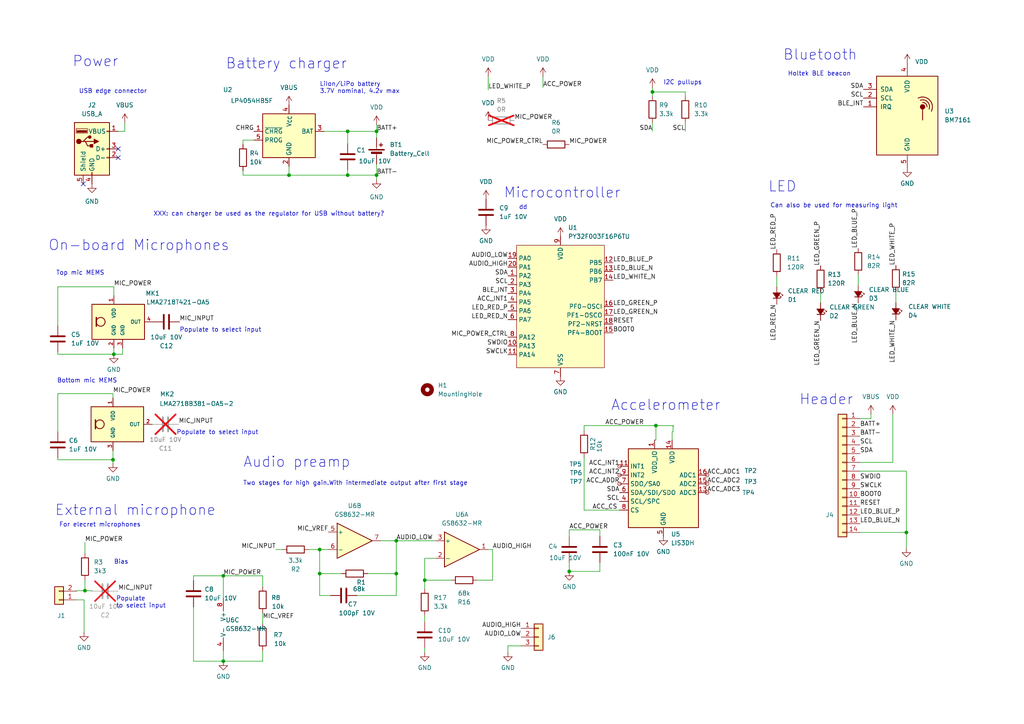
<source format=kicad_sch>
(kicad_sch (version 20230121) (generator eeschema)
  (paper "A4")
  (lib_symbols
    (symbol "Amplifier_Operational:LMV358" (pin_names (offset 0.127))
      (property "Reference" "U" (at 0 5.08 0))
      (property "Value" "LMV358" (at 0 -5.08 0))
      (symbol "LMV358_1_1"
        (polyline (pts (xy -5.08 5.08) (xy 5.08 0) (xy -5.08 -5.08) (xy -5.08 5.08)) (stroke (width 0.254)) (fill (type background)))
        (pin output line (at 7.62 0 180) (length 2.54) (name "~") (number "1"))
        (pin input line (at -7.62 -2.54 0) (length 2.54) (name "-") (number "2"))
        (pin input line (at -7.62 2.54 0) (length 2.54) (name "+") (number "3"))
      )
      (symbol "LMV358_2_1"
        (polyline (pts (xy -5.08 5.08) (xy 5.08 0) (xy -5.08 -5.08) (xy -5.08 5.08)) (stroke (width 0.254)) (fill (type background)))
        (pin input line (at -7.62 2.54 0) (length 2.54) (name "+") (number "5"))
        (pin input line (at -7.62 -2.54 0) (length 2.54) (name "-") (number "6"))
        (pin output line (at 7.62 0 180) (length 2.54) (name "~") (number "7"))
      )
      (symbol "LMV358_3_1"
        (pin power_in line (at -2.54 -7.62 90) (length 3.81) (name "V-") (number "4"))
        (pin power_in line (at -2.54 7.62 270) (length 3.81) (name "V+") (number "8"))
      )
    )
    (symbol "Battery_Management:LTC4054ES5-4.2"
      (property "Reference" "U" (at -5.842 6.604 0))
      (property "Value" "LTC4054ES5-4.2" (at 1.524 6.604 0))
      (symbol "LTC4054ES5-4.2_0_1"
        (rectangle (start -7.62 5.08) (end 7.62 -7.62) (stroke (width 0.254)) (fill (type background)))
      )
      (symbol "LTC4054ES5-4.2_1_1"
        (pin open_collector line (at -10.16 0 0) (length 2.54) (name "~{CHRG}") (number "1"))
        (pin power_in line (at 0 -10.16 90) (length 2.54) (name "GND") (number "2"))
        (pin power_out line (at 10.16 0 180) (length 2.54) (name "BAT") (number "3"))
        (pin power_in line (at 0 7.62 270) (length 2.54) (name "V_{CC}") (number "4"))
        (pin bidirectional line (at -10.16 -2.54 0) (length 2.54) (name "PROG") (number "5"))
      )
    )
    (symbol "Connector:TestPoint_Small" (pin_numbers hide) (pin_names (offset 0.762) hide)
      (property "Reference" "TP" (at 0 3.81 0))
      (property "Value" "TestPoint_Small" (at 0 2.032 0))
      (symbol "TestPoint_Small_0_1"
        (circle (center 0 0) (radius 0.508))
      )
      (symbol "TestPoint_Small_1_1"
        (pin passive line (at 0 0 90) (length 0) (name "1") (number "1"))
      )
    )
    (symbol "Connector:USB_A" (pin_names (offset 1.016))
      (property "Reference" "J" (at -5.08 11.43 0))
      (property "Value" "USB_A" (at -5.08 8.89 0))
      (symbol "USB_A_0_1"
        (rectangle (start -5.08 -7.62) (end 5.08 7.62) (stroke (width 0.254)) (fill (type background)))
        (circle (center -3.81 2.159) (radius 0.635) (stroke (width 0.254)) (fill (type outline)))
        (rectangle (start -1.524 4.826) (end -4.318 5.334) (fill (type outline)))
        (rectangle (start -1.27 4.572) (end -4.572 5.842))
        (circle (center -0.635 3.429) (radius 0.381) (stroke (width 0.254)) (fill (type outline)))
        (rectangle (start -0.127 -7.62) (end 0.127 -6.858))
        (polyline (pts (xy -3.175 2.159) (xy -2.54 2.159) (xy -1.27 3.429) (xy -0.635 3.429)) (stroke (width 0.254)))
        (polyline (pts (xy -2.54 2.159) (xy -1.905 2.159) (xy -1.27 0.889) (xy 0 0.889)) (stroke (width 0.254)))
        (polyline (pts (xy 0.635 2.794) (xy 0.635 1.524) (xy 1.905 2.159) (xy 0.635 2.794)) (stroke (width 0.254)) (fill (type outline)))
        (rectangle (start 0.254 1.27) (end -0.508 0.508) (stroke (width 0.254)) (fill (type outline)))
        (rectangle (start 5.08 -2.667) (end 4.318 -2.413))
        (rectangle (start 5.08 -0.127) (end 4.318 0.127))
        (rectangle (start 5.08 4.953) (end 4.318 5.207))
      )
      (symbol "USB_A_1_1"
        (polyline (pts (xy -1.905 2.159) (xy 0.635 2.159)) (stroke (width 0.254)))
        (pin power_in line (at 7.62 5.08 180) (length 2.54) (name "VBUS") (number "1"))
        (pin bidirectional line (at 7.62 -2.54 180) (length 2.54) (name "D-") (number "2"))
        (pin bidirectional line (at 7.62 0 180) (length 2.54) (name "D+") (number "3"))
        (pin power_in line (at 0 -10.16 90) (length 2.54) (name "GND") (number "4"))
        (pin passive line (at -2.54 -10.16 90) (length 2.54) (name "Shield") (number "5"))
      )
    )
    (symbol "Connector_Generic:Conn_01x02" (pin_names (offset 1.016) hide)
      (property "Reference" "J" (at 0 2.54 0))
      (property "Value" "Conn_01x02" (at 0 -5.08 0))
      (symbol "Conn_01x02_1_1"
        (rectangle (start -1.27 -2.413) (end 0 -2.667) (stroke (width 0.1524)))
        (rectangle (start -1.27 0.127) (end 0 -0.127) (stroke (width 0.1524)))
        (rectangle (start -1.27 1.27) (end 1.27 -3.81) (stroke (width 0.254)) (fill (type background)))
        (pin passive line (at -5.08 0 0) (length 3.81) (name "Pin_1") (number "1"))
        (pin passive line (at -5.08 -2.54 0) (length 3.81) (name "Pin_2") (number "2"))
      )
    )
    (symbol "Connector_Generic:Conn_01x03" (pin_names (offset 1.016) hide)
      (property "Reference" "J" (at 0 5.08 0))
      (property "Value" "Conn_01x03" (at 0 -5.08 0))
      (symbol "Conn_01x03_1_1"
        (rectangle (start -1.27 -2.413) (end 0 -2.667) (stroke (width 0.1524)))
        (rectangle (start -1.27 0.127) (end 0 -0.127) (stroke (width 0.1524)))
        (rectangle (start -1.27 2.667) (end 0 2.413) (stroke (width 0.1524)))
        (rectangle (start -1.27 3.81) (end 1.27 -3.81) (stroke (width 0.254)) (fill (type background)))
        (pin passive line (at -5.08 2.54 0) (length 3.81) (name "Pin_1") (number "1"))
        (pin passive line (at -5.08 0 0) (length 3.81) (name "Pin_2") (number "2"))
        (pin passive line (at -5.08 -2.54 0) (length 3.81) (name "Pin_3") (number "3"))
      )
    )
    (symbol "Connector_Generic:Conn_01x14" (pin_names (offset 1.016) hide)
      (property "Reference" "J" (at 0 17.78 0))
      (property "Value" "Conn_01x14" (at 0 -20.32 0))
      (symbol "Conn_01x14_1_1"
        (rectangle (start -1.27 -17.653) (end 0 -17.907) (stroke (width 0.1524)))
        (rectangle (start -1.27 -15.113) (end 0 -15.367) (stroke (width 0.1524)))
        (rectangle (start -1.27 -12.573) (end 0 -12.827) (stroke (width 0.1524)))
        (rectangle (start -1.27 -10.033) (end 0 -10.287) (stroke (width 0.1524)))
        (rectangle (start -1.27 -7.493) (end 0 -7.747) (stroke (width 0.1524)))
        (rectangle (start -1.27 -4.953) (end 0 -5.207) (stroke (width 0.1524)))
        (rectangle (start -1.27 -2.413) (end 0 -2.667) (stroke (width 0.1524)))
        (rectangle (start -1.27 0.127) (end 0 -0.127) (stroke (width 0.1524)))
        (rectangle (start -1.27 2.667) (end 0 2.413) (stroke (width 0.1524)))
        (rectangle (start -1.27 5.207) (end 0 4.953) (stroke (width 0.1524)))
        (rectangle (start -1.27 7.747) (end 0 7.493) (stroke (width 0.1524)))
        (rectangle (start -1.27 10.287) (end 0 10.033) (stroke (width 0.1524)))
        (rectangle (start -1.27 12.827) (end 0 12.573) (stroke (width 0.1524)))
        (rectangle (start -1.27 15.367) (end 0 15.113) (stroke (width 0.1524)))
        (rectangle (start -1.27 16.51) (end 1.27 -19.05) (stroke (width 0.254)) (fill (type background)))
        (pin passive line (at -5.08 15.24 0) (length 3.81) (name "Pin_1") (number "1"))
        (pin passive line (at -5.08 -7.62 0) (length 3.81) (name "Pin_10") (number "10"))
        (pin passive line (at -5.08 -10.16 0) (length 3.81) (name "Pin_11") (number "11"))
        (pin passive line (at -5.08 -12.7 0) (length 3.81) (name "Pin_12") (number "12"))
        (pin passive line (at -5.08 -15.24 0) (length 3.81) (name "Pin_13") (number "13"))
        (pin passive line (at -5.08 -17.78 0) (length 3.81) (name "Pin_14") (number "14"))
        (pin passive line (at -5.08 12.7 0) (length 3.81) (name "Pin_2") (number "2"))
        (pin passive line (at -5.08 10.16 0) (length 3.81) (name "Pin_3") (number "3"))
        (pin passive line (at -5.08 7.62 0) (length 3.81) (name "Pin_4") (number "4"))
        (pin passive line (at -5.08 5.08 0) (length 3.81) (name "Pin_5") (number "5"))
        (pin passive line (at -5.08 2.54 0) (length 3.81) (name "Pin_6") (number "6"))
        (pin passive line (at -5.08 0 0) (length 3.81) (name "Pin_7") (number "7"))
        (pin passive line (at -5.08 -2.54 0) (length 3.81) (name "Pin_8") (number "8"))
        (pin passive line (at -5.08 -5.08 0) (length 3.81) (name "Pin_9") (number "9"))
      )
    )
    (symbol "Device:Battery_Cell" (pin_numbers hide) (pin_names (offset 0) hide)
      (property "Reference" "BT" (at 2.54 2.54 0))
      (property "Value" "Battery_Cell" (at 2.54 0 0))
      (symbol "Battery_Cell_0_1"
        (rectangle (start -2.286 1.778) (end 2.286 1.524) (fill (type outline)))
        (rectangle (start -1.524 1.016) (end 1.524 0.508) (fill (type outline)))
        (polyline (pts (xy 0 0.762) (xy 0 0)))
        (polyline (pts (xy 0 1.778) (xy 0 2.54)))
        (polyline (pts (xy 0.762 3.048) (xy 1.778 3.048)) (stroke (width 0.254)))
        (polyline (pts (xy 1.27 3.556) (xy 1.27 2.54)) (stroke (width 0.254)))
      )
      (symbol "Battery_Cell_1_1"
        (pin passive line (at 0 5.08 270) (length 2.54) (name "+") (number "1"))
        (pin passive line (at 0 -2.54 90) (length 2.54) (name "-") (number "2"))
      )
    )
    (symbol "Device:C" (pin_numbers hide) (pin_names (offset 0.254))
      (property "Reference" "C" (at 0.635 2.54 0))
      (property "Value" "C" (at 0.635 -2.54 0))
      (symbol "C_0_1"
        (polyline (pts (xy -2.032 -0.762) (xy 2.032 -0.762)) (stroke (width 0.508)))
        (polyline (pts (xy -2.032 0.762) (xy 2.032 0.762)) (stroke (width 0.508)))
      )
      (symbol "C_1_1"
        (pin passive line (at 0 3.81 270) (length 2.794) (name "~") (number "1"))
        (pin passive line (at 0 -3.81 90) (length 2.794) (name "~") (number "2"))
      )
    )
    (symbol "Device:LED_Small_Filled" (pin_numbers hide) (pin_names (offset 0.254) hide)
      (property "Reference" "D" (at -1.27 3.175 0))
      (property "Value" "LED_Small_Filled" (at -4.445 -2.54 0))
      (symbol "LED_Small_Filled_0_1"
        (polyline (pts (xy -0.762 -1.016) (xy -0.762 1.016)) (stroke (width 0.254)))
        (polyline (pts (xy 1.016 0) (xy -0.762 0)))
        (polyline (pts (xy 0.762 -1.016) (xy -0.762 0) (xy 0.762 1.016) (xy 0.762 -1.016)) (stroke (width 0.254)) (fill (type outline)))
        (polyline (pts (xy 0 0.762) (xy -0.508 1.27) (xy -0.254 1.27) (xy -0.508 1.27) (xy -0.508 1.016)))
        (polyline (pts (xy 0.508 1.27) (xy 0 1.778) (xy 0.254 1.778) (xy 0 1.778) (xy 0 1.524)))
      )
      (symbol "LED_Small_Filled_1_1"
        (pin passive line (at -2.54 0 0) (length 1.778) (name "K") (number "1"))
        (pin passive line (at 2.54 0 180) (length 1.778) (name "A") (number "2"))
      )
    )
    (symbol "Device:R" (pin_numbers hide) (pin_names (offset 0))
      (property "Reference" "R" (at 2.032 0 90))
      (property "Value" "R" (at 0 0 90))
      (symbol "R_0_1"
        (rectangle (start -1.016 -2.54) (end 1.016 2.54) (stroke (width 0.254)))
      )
      (symbol "R_1_1"
        (pin passive line (at 0 3.81 270) (length 1.27) (name "~") (number "1"))
        (pin passive line (at 0 -3.81 90) (length 1.27) (name "~") (number "2"))
      )
    )
    (symbol "Mechanical:MountingHole" (pin_names (offset 1.016))
      (property "Reference" "H" (at 0 5.08 0))
      (property "Value" "MountingHole" (at 0 3.175 0))
      (symbol "MountingHole_0_1"
        (circle (center 0 0) (radius 1.27) (stroke (width 1.27)))
      )
    )
    (symbol "Sensor_Motion:LIS3DH"
      (property "Reference" "U" (at -7.62 11.43 0))
      (property "Value" "LIS3DH" (at 6.35 11.43 0))
      (symbol "LIS3DH_0_1"
        (rectangle (start -10.16 10.16) (end 10.16 -12.7) (stroke (width 0.254)) (fill (type background)))
      )
      (symbol "LIS3DH_1_1"
        (pin power_in line (at -2.54 12.7 270) (length 2.54) (name "VDD_IO") (number "1"))
        (pin passive line (at 0 -15.24 90) (length 2.54) hide (name "GND") (number "10"))
        (pin output line (at -12.7 5.08 0) (length 2.54) (name "INT1") (number "11"))
        (pin passive line (at 0 -15.24 90) (length 2.54) hide (name "GND") (number "12"))
        (pin input line (at 12.7 -2.54 180) (length 2.54) (name "ADC3") (number "13"))
        (pin power_in line (at 2.54 12.7 270) (length 2.54) (name "VDD") (number "14"))
        (pin input line (at 12.7 0 180) (length 2.54) (name "ADC2") (number "15"))
        (pin input line (at 12.7 2.54 180) (length 2.54) (name "ADC1") (number "16"))
        (pin no_connect line (at 10.16 5.08 180) (length 2.54) hide (name "NC") (number "2"))
        (pin no_connect line (at 10.16 7.62 180) (length 2.54) hide (name "NC") (number "3"))
        (pin input line (at -12.7 -5.08 0) (length 2.54) (name "SCL/SPC") (number "4"))
        (pin power_in line (at 0 -15.24 90) (length 2.54) (name "GND") (number "5"))
        (pin bidirectional line (at -12.7 -2.54 0) (length 2.54) (name "SDA/SDI/SDO") (number "6"))
        (pin bidirectional line (at -12.7 0 0) (length 2.54) (name "SDO/SA0") (number "7"))
        (pin input line (at -12.7 -7.62 0) (length 2.54) (name "CS") (number "8"))
        (pin output line (at -12.7 2.54 0) (length 2.54) (name "INT2") (number "9"))
      )
    )
    (symbol "dml10:AnalogMemsMic3pinBottom" (pin_names (offset 1.016))
      (property "Reference" "U" (at -7.62 7.62 0))
      (property "Value" "AnalogMemsMic3pinBottom" (at 2.54 8.89 0))
      (symbol "AnalogMemsMic3pinBottom_0_0"
        (rectangle (start -7.62 7.62) (end 7.62 -2.54) (stroke (width 0.254)) (fill (type background)))
      )
      (symbol "AnalogMemsMic3pinBottom_1_0"
        (pin power_in line (at -1.27 10.16 270) (length 2.54) (name "VDD") (number "1"))
        (pin output line (at 10.16 2.54 180) (length 2.54) (name "OUT") (number "2"))
        (pin power_in line (at -1.27 -5.08 90) (length 2.54) (name "GND") (number "3"))
      )
      (symbol "AnalogMemsMic3pinBottom_1_1"
        (circle (center -5.08 2.54) (radius 1.27) (stroke (width 0.254)))
        (polyline (pts (xy -6.35 3.81) (xy -6.35 1.27)) (stroke (width 0.381)))
      )
    )
    (symbol "dml10:AnalogMemsMic4pinTop" (pin_names (offset 1.016))
      (property "Reference" "U" (at -7.62 7.62 0))
      (property "Value" "AnalogMemsMic4pinTop" (at 2.54 8.89 0))
      (symbol "AnalogMemsMic4pinTop_0_0"
        (rectangle (start -7.62 7.62) (end 7.62 -2.54) (stroke (width 0.254)) (fill (type background)))
      )
      (symbol "AnalogMemsMic4pinTop_1_0"
        (pin power_in line (at -1.27 10.16 270) (length 2.54) (name "VDD") (number "1"))
        (pin power_in line (at -1.27 -5.08 90) (length 2.54) (name "GND") (number "2"))
        (pin power_in line (at 1.27 -5.08 90) (length 2.54) (name "GND") (number "3"))
        (pin output line (at 10.16 2.54 180) (length 2.54) (name "OUT") (number "4"))
      )
      (symbol "AnalogMemsMic4pinTop_1_1"
        (circle (center -5.08 2.54) (radius 1.27) (stroke (width 0.254)))
        (polyline (pts (xy -6.35 3.81) (xy -6.35 1.27)) (stroke (width 0.381)))
      )
    )
    (symbol "dml10:BM7161" (pin_names (offset 1.016))
      (property "Reference" "U" (at -8.89 12.7 0))
      (property "Value" "BM7161" (at 3.81 12.7 0))
      (symbol "BM7161_0_1"
        (rectangle (start -8.89 11.43) (end 8.89 -11.43) (stroke (width 0.254)) (fill (type background)))
        (polyline (pts (xy 4.445 1.905) (xy 4.445 -1.27)) (stroke (width 0.254)))
        (circle (center 4.445 2.54) (radius 0.635) (stroke (width 0.254)) (fill (type outline)))
        (arc (start 5.715 2.54) (mid 5.3521 3.4546) (end 4.445 3.81) (stroke (width 0.254)))
        (arc (start 6.35 1.905) (mid 5.8763 3.9854) (end 3.81 4.445) (stroke (width 0.254)))
        (arc (start 6.985 1.27) (mid 6.453 4.548) (end 3.175 5.08) (stroke (width 0.254)))
      )
      (symbol "BM7161_1_1"
        (pin output line (at -12.7 2.54 0) (length 3.81) (name "IRQ") (number "1"))
        (pin input line (at -12.7 5.08 0) (length 3.81) (name "SCL") (number "2"))
        (pin input line (at -12.7 7.62 0) (length 3.81) (name "SDA") (number "3"))
        (pin power_in line (at 0 15.24 270) (length 3.81) (name "VDD") (number "4"))
        (pin power_in line (at 0 -15.24 90) (length 3.81) (name "GND") (number "5"))
      )
    )
    (symbol "dml10:PY32F003F1xP"
      (property "Reference" "U" (at -12.7 19.05 0))
      (property "Value" "PY32F003F1xP" (at 1.27 19.05 0))
      (symbol "PY32F003F1xP_0_1"
        (rectangle (start -12.7 17.78) (end 12.7 -17.78) (stroke (width 0.1524)) (fill (type background)))
      )
      (symbol "PY32F003F1xP_1_0"
        (pin bidirectional line (at -15.24 8.89 0) (length 2.54) (name "PA2") (number "1"))
        (pin bidirectional line (at -15.24 6.35 0) (length 2.54) (name "PA3") (number "2"))
        (pin bidirectional line (at -15.24 11.43 0) (length 2.54) (name "PA1") (number "20"))
      )
      (symbol "PY32F003F1xP_1_1"
        (pin bidirectional line (at -15.24 -11.43 0) (length 2.54) (name "PA13") (number "10"))
        (pin bidirectional line (at -15.24 -13.97 0) (length 2.54) (name "PA14") (number "11"))
        (pin bidirectional line (at 15.24 12.7 180) (length 2.54) (name "PB5") (number "12"))
        (pin bidirectional line (at 15.24 10.16 180) (length 2.54) (name "PB6") (number "13"))
        (pin bidirectional line (at 15.24 7.62 180) (length 2.54) (name "PB7") (number "14"))
        (pin bidirectional line (at 15.24 -7.62 180) (length 2.54) (name "PF4-BOOT") (number "15"))
        (pin bidirectional line (at 15.24 0 180) (length 2.54) (name "PF0-OSCI") (number "16"))
        (pin bidirectional line (at 15.24 -2.54 180) (length 2.54) (name "PF1-OSCO") (number "17"))
        (pin bidirectional line (at 15.24 -5.08 180) (length 2.54) (name "PF2-NRST") (number "18"))
        (pin bidirectional line (at -15.24 13.97 0) (length 2.54) (name "PA0") (number "19"))
        (pin bidirectional line (at -15.24 3.81 0) (length 2.54) (name "PA4") (number "3"))
        (pin bidirectional line (at -15.24 1.27 0) (length 2.54) (name "PA5") (number "4"))
        (pin bidirectional line (at -15.24 -1.27 0) (length 2.54) (name "PA6") (number "5"))
        (pin bidirectional line (at -15.24 -3.81 0) (length 2.54) (name "PA7") (number "6"))
        (pin power_in line (at 0 -20.32 90) (length 2.54) (name "VSS") (number "7"))
        (pin bidirectional line (at -15.24 -8.89 0) (length 2.54) (name "PA12") (number "8"))
        (pin power_in line (at 0 20.32 270) (length 2.54) (name "VDD") (number "9"))
      )
    )
    (symbol "power:GND" (power) (pin_names (offset 0))
      (property "Value" "GND" (at 0 -3.81 0))
      (symbol "GND_0_1"
        (polyline (pts (xy 0 0) (xy 0 -1.27) (xy 1.27 -1.27) (xy 0 -2.54) (xy -1.27 -1.27) (xy 0 -1.27)))
      )
      (symbol "GND_1_1"
        (pin power_in line (at 0 0 270) (length 0) hide (name "GND") (number "1"))
      )
    )
    (symbol "power:VBUS" (power) (pin_names (offset 0))
      (property "Value" "VBUS" (at 0 3.81 0))
      (symbol "VBUS_0_1"
        (polyline (pts (xy -0.762 1.27) (xy 0 2.54)))
        (polyline (pts (xy 0 0) (xy 0 2.54)))
        (polyline (pts (xy 0 2.54) (xy 0.762 1.27)))
      )
      (symbol "VBUS_1_1"
        (pin power_in line (at 0 0 90) (length 0) hide (name "VBUS") (number "1"))
      )
    )
    (symbol "power:VDD" (power) (pin_names (offset 0))
      (property "Value" "VDD" (at 0 3.81 0))
      (symbol "VDD_0_1"
        (polyline (pts (xy -0.762 1.27) (xy 0 2.54)))
        (polyline (pts (xy 0 0) (xy 0 2.54)))
        (polyline (pts (xy 0 2.54) (xy 0.762 1.27)))
      )
      (symbol "VDD_1_1"
        (pin power_in line (at 0 0 90) (length 0) hide (name "VDD") (number "1"))
      )
    )
  )
  (junction (at 114.935 166.37))
  (junction (at 64.77 191.77))
  (junction (at 92.71 159.385))
  (junction (at 100.838 50.8))
  (junction (at 83.82 50.8))
  (junction (at 33.02 102.743))
  (junction (at 100.838 38.1))
  (junction (at 190.246 123.444))
  (junction (at 262.89 154.432))
  (junction (at 32.766 133.35))
  (junction (at 92.71 166.37))
  (junction (at 165.1 165.735))
  (junction (at 64.77 167.005))
  (junction (at 123.19 168.275))
  (junction (at 109.22 38.1))
  (junction (at 24.638 171.323))
  (junction (at 189.23 26.67))
  (junction (at 109.22 50.8))
  (junction (at 114.935 156.845))
  (no_connect (at 34.29 45.72))
  (no_connect (at 34.29 43.18))
  (no_connect (at 24.13 53.34))
  (wire (pts (xy 36.195 35.56) (xy 36.195 38.1)))
  (wire (pts (xy 83.82 50.8) (xy 83.82 48.26)))
  (wire (pts (xy 169.418 132.588) (xy 169.418 147.955)))
  (wire (pts (xy 225.298 80.01) (xy 225.298 83.185)))
  (wire (pts (xy 32.766 114.173) (xy 32.766 115.443)))
  (wire (pts (xy 114.935 166.37) (xy 114.935 156.845)))
  (wire (pts (xy 16.764 132.842) (xy 16.764 133.35)))
  (wire (pts (xy 89.535 159.385) (xy 92.71 159.385)))
  (wire (pts (xy 109.22 36.195) (xy 109.22 38.1)))
  (wire (pts (xy 24.384 173.99) (xy 22.225 173.99)))
  (wire (pts (xy 56.134 167.005) (xy 64.77 167.005)))
  (wire (pts (xy 32.766 133.35) (xy 32.766 134.366)))
  (wire (pts (xy 189.23 25.4) (xy 189.23 26.67)))
  (wire (pts (xy 106.68 166.37) (xy 114.935 166.37)))
  (wire (pts (xy 76.2 167.005) (xy 76.2 170.18)))
  (wire (pts (xy 36.195 38.1) (xy 34.29 38.1)))
  (wire (pts (xy 259.842 84.582) (xy 259.842 87.757)))
  (wire (pts (xy 190.246 123.444) (xy 195.326 123.444)))
  (wire (pts (xy 56.134 168.402) (xy 56.134 167.005)))
  (wire (pts (xy 165.1 153.67) (xy 173.99 153.67)))
  (wire (pts (xy 123.19 187.96) (xy 123.19 189.23)))
  (wire (pts (xy 169.418 123.444) (xy 169.418 124.968)))
  (wire (pts (xy 64.77 167.005) (xy 76.2 167.005)))
  (wire (pts (xy 147.32 187.325) (xy 147.32 189.23)))
  (wire (pts (xy 262.89 154.432) (xy 262.89 159.004)))
  (wire (pts (xy 95.885 172.72) (xy 92.71 172.72)))
  (wire (pts (xy 173.99 165.735) (xy 165.1 165.735)))
  (wire (pts (xy 64.77 173.482) (xy 64.77 167.005)))
  (wire (pts (xy 16.764 125.222) (xy 16.764 114.173)))
  (wire (pts (xy 92.71 159.385) (xy 95.25 159.385)))
  (wire (pts (xy 33.02 100.965) (xy 33.02 102.743)))
  (wire (pts (xy 190.246 123.444) (xy 190.246 127.635)))
  (wire (pts (xy 92.71 166.37) (xy 99.06 166.37)))
  (wire (pts (xy 248.92 79.629) (xy 248.92 82.804)))
  (wire (pts (xy 157.48 22.225) (xy 157.48 25.4)))
  (wire (pts (xy 189.23 26.67) (xy 189.23 27.94)))
  (wire (pts (xy 249.428 154.432) (xy 262.89 154.432)))
  (wire (pts (xy 92.71 166.37) (xy 92.71 172.72)))
  (wire (pts (xy 169.418 147.955) (xy 179.705 147.955)))
  (wire (pts (xy 22.225 171.323) (xy 22.225 171.45)))
  (wire (pts (xy 35.56 102.743) (xy 33.02 102.743)))
  (wire (pts (xy 237.998 84.709) (xy 237.998 87.884)))
  (wire (pts (xy 76.2 191.77) (xy 64.77 191.77)))
  (wire (pts (xy 173.99 163.195) (xy 173.99 165.735)))
  (wire (pts (xy 81.915 159.385) (xy 80.01 159.385)))
  (wire (pts (xy 252.603 121.412) (xy 249.428 121.412)))
  (wire (pts (xy 252.603 120.142) (xy 252.603 121.412)))
  (wire (pts (xy 262.89 136.652) (xy 262.89 154.432)))
  (wire (pts (xy 123.19 178.435) (xy 123.19 180.34)))
  (wire (pts (xy 194.945 125.222) (xy 194.945 127.635)))
  (wire (pts (xy 109.22 50.8) (xy 100.838 50.8)))
  (wire (pts (xy 26.67 171.323) (xy 26.67 171.45)))
  (wire (pts (xy 123.19 168.275) (xy 130.81 168.275)))
  (wire (pts (xy 151.13 187.325) (xy 147.32 187.325)))
  (wire (pts (xy 109.22 52.07) (xy 109.22 50.8)))
  (wire (pts (xy 100.838 50.8) (xy 100.838 49.276)))
  (wire (pts (xy 70.485 49.53) (xy 70.485 50.8)))
  (wire (pts (xy 141.605 159.385) (xy 142.875 159.385)))
  (wire (pts (xy 109.22 38.1) (xy 109.22 40.005)))
  (wire (pts (xy 32.766 130.683) (xy 32.766 133.35)))
  (wire (pts (xy 92.71 159.385) (xy 92.71 166.37)))
  (wire (pts (xy 141.605 22.225) (xy 141.605 26.035)))
  (wire (pts (xy 142.875 159.385) (xy 142.875 168.275)))
  (wire (pts (xy 103.505 172.72) (xy 114.935 172.72)))
  (wire (pts (xy 165.1 165.735) (xy 165.1 163.195)))
  (wire (pts (xy 169.418 123.444) (xy 190.246 123.444)))
  (wire (pts (xy 198.755 26.67) (xy 198.755 27.94)))
  (wire (pts (xy 35.56 100.965) (xy 35.56 102.743)))
  (wire (pts (xy 16.764 83.185) (xy 16.764 94.488)))
  (wire (pts (xy 195.199 123.698) (xy 195.199 125.222)))
  (wire (pts (xy 195.326 123.444) (xy 195.326 123.698)))
  (wire (pts (xy 33.02 85.725) (xy 33.02 83.185)))
  (wire (pts (xy 26.67 171.323) (xy 24.638 171.323)))
  (wire (pts (xy 109.22 47.625) (xy 109.22 50.8)))
  (wire (pts (xy 70.485 50.8) (xy 83.82 50.8)))
  (wire (pts (xy 142.875 168.275) (xy 138.43 168.275)))
  (wire (pts (xy 195.326 123.698) (xy 195.199 123.698)))
  (wire (pts (xy 33.02 83.185) (xy 16.764 83.185)))
  (wire (pts (xy 258.953 134.112) (xy 249.428 134.112)))
  (wire (pts (xy 198.755 35.56) (xy 198.755 38.1)))
  (wire (pts (xy 123.19 161.925) (xy 126.365 161.925)))
  (wire (pts (xy 70.485 40.64) (xy 73.66 40.64)))
  (wire (pts (xy 24.384 183.388) (xy 24.384 173.99)))
  (wire (pts (xy 76.2 177.8) (xy 76.2 180.975)))
  (wire (pts (xy 93.98 38.1) (xy 100.838 38.1)))
  (wire (pts (xy 114.935 156.845) (xy 126.365 156.845)))
  (wire (pts (xy 190.246 127.635) (xy 189.865 127.635)))
  (wire (pts (xy 76.2 188.595) (xy 76.2 191.77)))
  (wire (pts (xy 258.953 120.142) (xy 258.953 134.112)))
  (wire (pts (xy 123.19 168.275) (xy 123.19 161.925)))
  (wire (pts (xy 173.99 153.67) (xy 173.99 155.575)))
  (wire (pts (xy 16.764 102.108) (xy 16.764 102.743)))
  (wire (pts (xy 32.766 133.35) (xy 16.764 133.35)))
  (wire (pts (xy 64.77 188.722) (xy 64.77 191.77)))
  (wire (pts (xy 56.134 191.77) (xy 64.77 191.77)))
  (wire (pts (xy 16.764 114.173) (xy 32.766 114.173)))
  (wire (pts (xy 100.838 38.1) (xy 109.22 38.1)))
  (wire (pts (xy 165.1 155.575) (xy 165.1 153.67)))
  (wire (pts (xy 189.23 26.67) (xy 198.755 26.67)))
  (wire (pts (xy 70.485 41.91) (xy 70.485 40.64)))
  (wire (pts (xy 83.82 50.8) (xy 100.838 50.8)))
  (wire (pts (xy 195.199 125.222) (xy 194.945 125.222)))
  (wire (pts (xy 249.428 136.652) (xy 262.89 136.652)))
  (wire (pts (xy 24.638 168.148) (xy 24.638 171.323)))
  (wire (pts (xy 114.935 166.37) (xy 114.935 172.72)))
  (wire (pts (xy 33.02 102.743) (xy 16.764 102.743)))
  (wire (pts (xy 189.23 35.56) (xy 189.23 38.1)))
  (wire (pts (xy 24.638 171.323) (xy 22.225 171.323)))
  (wire (pts (xy 114.935 156.845) (xy 110.49 156.845)))
  (wire (pts (xy 24.638 157.353) (xy 24.638 160.528)))
  (wire (pts (xy 100.838 38.1) (xy 100.838 41.656)))
  (wire (pts (xy 123.19 170.815) (xy 123.19 168.275)))
  (wire (pts (xy 56.134 176.022) (xy 56.134 191.77)))
  (text "Audio preamp" (at 70.485 135.89 0) (effects (font (size 3 3)) (justify left bottom)))
  (text "Microcontroller" (at 146.05 57.785 0) (effects (font (size 3 3)) (justify left bottom)))
  (text "XXX: can charger be used as the regulator for USB without battery?" (at 44.45 62.865 0) (effects (font (size 1.27 1.27)) (justify left bottom)))
  (text "Two stages for high gain.With intermediate output after first stage" (at 70.485 140.97 0) (effects (font (size 1.27 1.27)) (justify left bottom)))
  (text "Power" (at 20.955 19.685 0) (effects (font (size 3 3)) (justify left bottom)))
  (text "Bottom mic MEMS\n" (at 16.51 111.252 0) (effects (font (size 1.27 1.27)) (justify left bottom)))
  (text "LiIon/LiPo battery\n3.7V nominal, 4.2v max" (at 92.71 27.305 0) (effects (font (size 1.27 1.27)) (justify left bottom)))
  (text "For elecret microphones" (at 17.145 153.035 0) (effects (font (size 1.27 1.27)) (justify left bottom)))
  (text "On-board Microphones" (at 13.97 73.025 0) (effects (font (size 3 3)) (justify left bottom)))
  (text "Accelerometer" (at 177.165 119.38 0) (effects (font (size 3 3)) (justify left bottom)))
  (text "I2C pullups" (at 192.405 24.765 0) (effects (font (size 1.27 1.27)) (justify left bottom)))
  (text "USB edge connector" (at 22.86 27.305 0) (effects (font (size 1.27 1.27)) (justify left bottom)))
  (text "Header" (at 231.775 117.729 0) (effects (font (size 3 3)) (justify left bottom)))
  (text "Populate to select input\n" (at 51.181 126.238 0) (effects (font (size 1.27 1.27)) (justify left bottom)))
  (text "LED" (at 222.758 56.007 0) (effects (font (size 3 3)) (justify left bottom)))
  (text "Populate to select input\n" (at 52.07 96.52 0) (effects (font (size 1.27 1.27)) (justify left bottom)))
  (text "Holtek BLE beacon" (at 228.473 22.225 0) (effects (font (size 1.27 1.27)) (justify left bottom)))
  (text "Top mic MEMS\n" (at 16.256 80.01 0) (effects (font (size 1.27 1.27)) (justify left bottom)))
  (text "Bluetooth" (at 227.076 17.78 0) (effects (font (size 3 3)) (justify left bottom)))
  (text "Can also be used for measuring light" (at 223.393 60.452 0) (effects (font (size 1.27 1.27)) (justify left bottom)))
  (text "External microphone" (at 15.875 149.86 0) (effects (font (size 3 3)) (justify left bottom)))
  (text "dd" (at 150.495 60.96 0) (effects (font (size 1.27 1.27)) (justify left bottom)))
  (text "Populate\nto select input\n" (at 33.655 176.53 0) (effects (font (size 1.27 1.27)) (justify left bottom)))
  (text "Bias" (at 33.02 163.83 0) (effects (font (size 1.27 1.27)) (justify left bottom)))
  (text "Battery charger" (at 65.405 20.32 0) (effects (font (size 3 3)) (justify left bottom)))
  (label "MIC_VREF" (at 95.25 154.305 180))
  (label "SWCLK" (at 147.32 102.87 180))
  (label "ACC_CS" (at 179.07 147.955 180))
  (label "ACC_POWER" (at 175.514 123.444 0))
  (label "BOOT0" (at 177.8 96.52 0))
  (label "LED_WHITE_P" (at 259.842 76.962 90))
  (label "MIC_POWER_CTRL" (at 147.32 97.79 180))
  (label "CHRG" (at 73.66 38.1 180))
  (label "ACC_ADC2" (at 205.105 140.335 0))
  (label "ACC_INT1" (at 147.32 87.63 180))
  (label "MIC_POWER_CTRL" (at 157.48 41.91 180))
  (label "LED_BLUE_N" (at 177.8 78.74 0))
  (label "LED_GREEN_N" (at 237.998 92.964 270))
  (label "BATT+" (at 109.22 38.1 0))
  (label "LED_WHITE_N" (at 177.8 81.28 0))
  (label "ACC_ADC3" (at 205.105 142.875 0))
  (label "BATT+" (at 249.428 123.952 0))
  (label "LED_RED_P" (at 225.298 72.39 90))
  (label "RESET" (at 249.428 146.812 0))
  (label "SDA" (at 249.428 131.572 0))
  (label "LED_RED_N" (at 147.32 92.71 180))
  (label "MIC_INPUT" (at 34.29 171.45 0))
  (label "BOOT0" (at 249.428 144.272 0))
  (label "AUDIO_HIGH" (at 151.13 182.245 180))
  (label "LED_RED_P" (at 147.32 90.17 180))
  (label "LED_BLUE_N" (at 249.428 151.892 0))
  (label "MIC_INPUT" (at 52.07 93.345 0))
  (label "BATT-" (at 249.428 126.492 0))
  (label "LED_WHITE_N" (at 259.842 92.837 270))
  (label "SDA" (at 250.444 25.908 180))
  (label "LED_RED_N" (at 225.298 88.265 270))
  (label "SWDIO" (at 249.428 139.192 0))
  (label "SDA" (at 147.32 80.01 180))
  (label "AUDIO_LOW" (at 151.13 184.785 180))
  (label "LED_GREEN_P" (at 237.998 77.089 90))
  (label "LED_BLUE_P" (at 249.428 149.352 0))
  (label "BLE_INT" (at 250.444 30.988 180))
  (label "ACC_ADC1" (at 205.105 137.795 0))
  (label "AUDIO_HIGH" (at 147.32 77.47 180))
  (label "SCL" (at 249.428 129.032 0))
  (label "AUDIO_LOW" (at 147.32 74.93 180))
  (label "SDA" (at 189.23 38.1 180))
  (label "MIC_VREF" (at 76.2 179.705 0))
  (label "LED_GREEN_N" (at 177.8 91.44 0))
  (label "SWCLK" (at 249.428 141.732 0))
  (label "MIC_POWER" (at 33.02 83.185 0))
  (label "MIC_POWER" (at 149.225 34.925 0))
  (label "BLE_INT" (at 147.32 85.09 180))
  (label "LED_GREEN_P" (at 177.8 88.9 0))
  (label "MIC_INPUT" (at 51.816 123.063 0))
  (label "SCL" (at 147.32 82.55 180))
  (label "LED_WHITE_P" (at 141.605 26.035 0))
  (label "MIC_POWER" (at 24.638 157.353 0))
  (label "ACC_ADDR" (at 179.705 140.335 180))
  (label "SCL" (at 198.755 38.1 180))
  (label "SCL" (at 179.705 145.415 180))
  (label "MIC_INPUT" (at 80.01 159.385 180))
  (label "AUDIO_LOW" (at 114.935 156.845 0))
  (label "MIC_POWER" (at 32.766 114.173 0))
  (label "LED_BLUE_P" (at 177.8 76.2 0))
  (label "BATT-" (at 109.22 50.8 0))
  (label "LED_BLUE_P" (at 248.92 72.009 90))
  (label "SDA" (at 179.705 142.875 180))
  (label "RESET" (at 177.8 93.98 0))
  (label "MIC_POWER" (at 64.77 167.005 0))
  (label "SCL" (at 250.444 28.448 180))
  (label "ACC_POWER" (at 157.48 25.4 0))
  (label "ACC_INT1" (at 179.705 135.255 180))
  (label "AUDIO_HIGH" (at 142.875 159.385 0))
  (label "SWDIO" (at 147.32 100.33 180))
  (label "MIC_POWER" (at 165.1 41.91 0))
  (label "ACC_POWER" (at 165.1 153.67 0))
  (label "LED_BLUE_N" (at 248.92 87.884 270))
  (label "ACC_INT2" (at 179.705 137.795 180))
  (symbol (lib_id "power:GND") (at 263.144 48.768 0) (unit 1)
    (property "Reference" "#PWR019" (effects hide))
    (property "Value" "GND" (at 263.144 53.213 0))
  )
  (symbol (lib_id "Device:LED_Small_Filled") (at 237.998 90.424 270) (mirror x) (unit 1)
    (property "Reference" "D2" (at 240.538 91.6305 90) (effects (justify left)))
    (property "Value" "CLEAR GREEN" (at 240.538 89.0905 90) (effects (justify left)))
    (property "Footprint" "LED_SMD:LED_0603_1608Metric" (effects hide))
  )
  (symbol (lib_id "Device:R") (at 24.638 164.338 0) (unit 1)
    (property "Reference" "R3" (at 27.178 163.068 0) (effects (justify left)))
    (property "Value" "3k3" (at 27.178 165.608 0) (effects (justify left)))
    (property "Footprint" "Resistor_SMD:R_0603_1608Metric" (effects hide))
  )
  (symbol (lib_id "Device:R") (at 198.755 31.75 0) (unit 1)
    (property "Reference" "R10" (at 201.295 30.48 0) (effects (justify left)))
    (property "Value" "3.3k" (at 201.295 33.02 0) (effects (justify left)))
    (property "Footprint" "Resistor_SMD:R_0603_1608Metric" (effects hide))
  )
  (symbol (lib_id "Device:LED_Small_Filled") (at 259.842 90.297 270) (mirror x) (unit 1)
    (property "Reference" "D4" (at 263.398 91.5035 90) (effects (justify left)))
    (property "Value" "CLEAR WHITE" (at 263.398 88.9635 90) (effects (justify left)))
    (property "Footprint" "LED_SMD:LED_0603_1608Metric" (effects hide))
  )
  (symbol (lib_id "Device:R") (at 76.2 173.99 180) (unit 1)
    (property "Reference" "R8" (at 80.01 173.355 0))
    (property "Value" "10k" (at 80.645 175.895 0))
    (property "Footprint" "Resistor_SMD:R_0603_1608Metric" (effects hide))
  )
  (symbol (lib_id "power:GND") (at 140.97 65.405 0) (unit 1)
    (property "Reference" "#PWR024" (effects hide))
    (property "Value" "GND" (at 140.97 69.85 0))
  )
  (symbol (lib_id "Amplifier_Operational:LMV358") (at 67.31 181.102 0) (unit 3)
    (property "Reference" "U6" (at 65.405 179.832 0) (effects (justify left)))
    (property "Value" "GS8632-MR" (at 65.405 182.372 0) (effects (justify left)))
    (property "Footprint" "Package_SO:MSOP-8_3x3mm_P0.65mm" (effects hide))
    (property "Datasheet" "http://www.ti.com/lit/ds/symlink/lmv324.pdf" (effects hide))
    (property "LCSC" "C157704" (effects hide))
  )
  (symbol (lib_id "Device:R") (at 248.92 75.819 0) (unit 1)
    (property "Reference" "R14" (at 251.46 74.549 0) (effects (justify left)))
    (property "Value" "82R" (at 251.46 77.089 0) (effects (justify left)))
    (property "Footprint" "Resistor_SMD:R_0603_1608Metric" (effects hide))
  )
  (symbol (lib_id "Device:C") (at 30.48 171.45 270) (mirror x) (unit 1) (dnp yes)
    (property "Reference" "C2" (at 30.48 178.435 90))
    (property "Value" "10uF 10V" (at 30.48 175.895 90))
    (property "Footprint" "Capacitor_SMD:C_0603_1608Metric" (effects hide))
  )
  (symbol (lib_id "power:VDD") (at 162.56 68.58 0) (unit 1)
    (property "Reference" "#PWR01" (effects hide))
    (property "Value" "VDD" (at 162.56 63.5 0))
  )
  (symbol (lib_id "power:GND") (at 26.67 53.34 0) (unit 1)
    (property "Reference" "#PWR08" (effects hide))
    (property "Value" "GND" (at 26.67 58.42 0))
  )
  (symbol (lib_id "Device:R") (at 169.418 128.778 180) (unit 1)
    (property "Reference" "R12" (at 171.958 128.778 90))
    (property "Value" "10k" (at 173.863 129.413 90))
    (property "Footprint" "Resistor_SMD:R_0603_1608Metric" (effects hide))
  )
  (symbol (lib_id "dml10:AnalogMemsMic4pinTop") (at 34.29 95.885 0) (unit 1)
    (property "Reference" "MK1" (at 46.355 85.09 0) (effects (justify right)))
    (property "Value" "LMA2718T421-OA5" (at 42.418 87.63 0) (effects (justify left)))
    (property "Footprint" "dml10:XDCR_CMM-2718AT-42308-TR" (effects hide))
    (property "LCSC" "C5373232" (effects hide))
    (property "MANUFACTURER" "CUI Inc" (effects hide))
    (property "STANDARD" "Manufacturer Recommendations" (effects hide))
  )
  (symbol (lib_id "Device:C") (at 48.006 123.063 270) (mirror x) (unit 1) (dnp yes)
    (property "Reference" "C11" (at 48.006 130.048 90))
    (property "Value" "10uF 10V" (at 48.006 127.508 90))
    (property "Footprint" "Capacitor_SMD:C_0603_1608Metric" (effects hide))
  )
  (symbol (lib_id "power:VDD") (at 141.605 22.225 0) (unit 1)
    (property "Reference" "#PWR026" (effects hide))
    (property "Value" "VDD" (at 141.605 17.145 0))
  )
  (symbol (lib_id "power:GND") (at 165.1 165.735 0) (unit 1)
    (property "Reference" "#PWR018" (effects hide))
    (property "Value" "GND" (at 165.1 170.18 0))
  )
  (symbol (lib_id "Amplifier_Operational:LMV358") (at 133.985 159.385 0) (unit 1)
    (property "Reference" "U6" (at 133.985 149.225 0))
    (property "Value" "GS8632-MR" (at 133.985 151.765 0))
    (property "Footprint" "Package_SO:MSOP-8_3x3mm_P0.65mm" (effects hide))
    (property "Datasheet" "http://www.ti.com/lit/ds/symlink/lmv324.pdf" (effects hide))
    (property "LCSC" "C157704" (effects hide))
  )
  (symbol (lib_id "Device:C") (at 165.1 159.385 0) (unit 1)
    (property "Reference" "C4" (at 159.004 158.496 0) (effects (justify left)))
    (property "Value" "10uF 10V" (at 159.258 161.798 0) (effects (justify left)))
    (property "Footprint" "Capacitor_SMD:C_0603_1608Metric" (effects hide))
  )
  (symbol (lib_id "power:GND") (at 123.19 189.23 0) (unit 1)
    (property "Reference" "#PWR09" (effects hide))
    (property "Value" "GND" (at 123.19 193.675 0))
  )
  (symbol (lib_id "Device:C") (at 16.764 129.032 0) (unit 1)
    (property "Reference" "C6" (at 19.939 127.762 0) (effects (justify left)))
    (property "Value" "1uF 10V" (at 19.939 130.302 0) (effects (justify left)))
    (property "Footprint" "Capacitor_SMD:C_0603_1608Metric" (effects hide))
  )
  (symbol (lib_id "Device:C") (at 48.26 93.345 270) (mirror x) (unit 1)
    (property "Reference" "C12" (at 48.26 100.33 90))
    (property "Value" "10uF 10V" (at 48.26 97.79 90))
    (property "Footprint" "Capacitor_SMD:C_0603_1608Metric" (effects hide))
  )
  (symbol (lib_id "power:GND") (at 33.02 102.743 0) (unit 1)
    (property "Reference" "#PWR025" (effects hide))
    (property "Value" "GND" (at 33.02 107.188 0))
  )
  (symbol (lib_id "power:GND") (at 109.22 52.07 0) (unit 1)
    (property "Reference" "#PWR011" (effects hide))
    (property "Value" "GND" (at 109.22 57.15 0))
  )
  (symbol (lib_id "Sensor_Motion:LIS3DH") (at 192.405 140.335 0) (unit 1)
    (property "Reference" "U5" (at 194.5991 154.94 0) (effects (justify left)))
    (property "Value" "LIS3DH" (at 194.5991 157.48 0) (effects (justify left)))
    (property "Footprint" "Package_LGA:LGA-16_3x3mm_P0.5mm_LayoutBorder3x5y" (effects hide))
    (property "Datasheet" "https://www.st.com/resource/en/datasheet/cd00274221.pdf" (effects hide))
    (property "LCSC" "C15134" (effects hide))
  )
  (symbol (lib_id "power:GND") (at 32.766 134.366 0) (unit 1)
    (property "Reference" "#PWR021" (effects hide))
    (property "Value" "GND" (at 32.766 138.811 0))
  )
  (symbol (lib_id "Device:C") (at 123.19 184.15 0) (unit 1)
    (property "Reference" "C10" (at 127 182.88 0) (effects (justify left)))
    (property "Value" "10uF 10V" (at 127 185.42 0) (effects (justify left)))
    (property "Footprint" "Capacitor_SMD:C_0603_1608Metric" (effects hide))
  )
  (symbol (lib_id "power:GND") (at 147.32 189.23 0) (unit 1)
    (property "Reference" "#PWR028" (effects hide))
    (property "Value" "GND" (at 147.32 193.675 0))
  )
  (symbol (lib_id "Connector:USB_A") (at 26.67 43.18 0) (unit 1) (in_bom no)
    (property "Reference" "J2" (at 26.67 30.48 0))
    (property "Value" "USB_A" (at 26.67 33.02 0))
    (property "Footprint" "dml10:EdgeUSBTypeA" (effects hide))
    (property "Datasheet" " ~" (effects hide))
  )
  (symbol (lib_id "Connector:TestPoint_Small") (at 179.705 137.795 180) (unit 1) (in_bom no)
    (property "Reference" "TP6" (at 168.91 137.16 0) (effects (justify left)))
    (property "Value" "TP_PCB" (effects hide))
    (property "Footprint" "TestPoint:TestPoint_Pad_D1.0mm" (effects hide))
  )
  (symbol (lib_id "Connector:TestPoint_Small") (at 205.105 142.875 0) (mirror x) (unit 1) (in_bom no)
    (property "Reference" "TP4" (at 215.265 142.875 0) (effects (justify left)))
    (property "Value" "TP_PCB" (effects hide))
    (property "Footprint" "TestPoint:TestPoint_Pad_D1.0mm" (effects hide))
  )
  (symbol (lib_id "dml10:AnalogMemsMic3pinBottom") (at 34.036 125.603 0) (unit 1)
    (property "Reference" "MK2" (at 50.546 114.3 0) (effects (justify right)))
    (property "Value" "LMA2718B381-OA5-2" (at 46.228 117.094 0) (effects (justify left)))
    (property "Footprint" "dml10:XDCR_CMM-2718AB-383161-TR" (effects hide))
    (property "MANUFACTURER" "CUI Inc" (effects hide))
    (property "LCSC" "C7587902" (effects hide))
  )
  (symbol (lib_id "Connector:TestPoint_Small") (at 179.705 140.335 180) (unit 1) (in_bom no)
    (property "Reference" "TP7" (at 168.91 139.7 0) (effects (justify left)))
    (property "Value" "TP_PCB" (effects hide))
    (property "Footprint" "TestPoint:TestPoint_Pad_D1.0mm" (effects hide))
  )
  (symbol (lib_id "power:VDD") (at 157.48 22.225 0) (unit 1)
    (property "Reference" "#PWR022" (effects hide))
    (property "Value" "VDD" (at 157.48 17.145 0))
  )
  (symbol (lib_id "power:GND") (at 64.77 191.77 0) (unit 1)
    (property "Reference" "#PWR04" (effects hide))
    (property "Value" "GND" (at 64.77 196.215 0))
  )
  (symbol (lib_id "Connector:TestPoint_Small") (at 205.105 137.795 0) (mirror x) (unit 1) (in_bom no)
    (property "Reference" "TP2" (at 215.9 136.525 0) (effects (justify left)))
    (property "Value" "TP_PCB" (effects hide))
    (property "Footprint" "TestPoint:TestPoint_Pad_D1.0mm" (effects hide))
  )
  (symbol (lib_id "power:VDD") (at 258.953 120.142 0) (unit 1)
    (property "Reference" "#PWR015" (effects hide))
    (property "Value" "VDD" (at 258.953 115.062 0))
  )
  (symbol (lib_id "Mechanical:MountingHole") (at 123.952 113.03 0) (unit 1) (in_bom no)
    (property "Reference" "H1" (at 127 111.76 0) (effects (justify left)))
    (property "Value" "MountingHole" (at 127 114.3 0) (effects (justify left)))
    (property "Footprint" "dml10:Mousebite_0.6mmX8" (effects hide))
  )
  (symbol (lib_id "power:VDD") (at 189.23 25.4 0) (unit 1)
    (property "Reference" "#PWR010" (effects hide))
    (property "Value" "VDD" (at 189.23 20.32 0))
  )
  (symbol (lib_id "Device:LED_Small_Filled") (at 248.92 85.344 270) (mirror x) (unit 1)
    (property "Reference" "D3" (at 251.968 86.5505 90) (effects (justify left)))
    (property "Value" "CLEAR BLUE" (at 251.968 84.0105 90) (effects (justify left)))
    (property "Footprint" "LED_SMD:LED_0603_1608Metric" (effects hide))
  )
  (symbol (lib_id "Device:C") (at 140.97 61.595 180) (unit 1)
    (property "Reference" "C9" (at 144.78 60.325 0) (effects (justify right)))
    (property "Value" "1uF 10V" (at 144.78 62.865 0) (effects (justify right)))
    (property "Footprint" "Capacitor_SMD:C_0603_1608Metric" (effects hide))
  )
  (symbol (lib_id "Device:C") (at 56.134 172.212 180) (unit 1)
    (property "Reference" "C8" (at 59.309 170.942 0) (effects (justify right)))
    (property "Value" "10uF 10V" (at 59.309 173.482 0) (effects (justify right)))
    (property "Footprint" "Capacitor_SMD:C_0603_1608Metric" (effects hide))
  )
  (symbol (lib_id "Device:C") (at 173.99 159.385 0) (unit 1)
    (property "Reference" "C3" (at 177.8 158.115 0) (effects (justify left)))
    (property "Value" "100nF 10V" (at 177.8 160.655 0) (effects (justify left)))
    (property "Footprint" "Capacitor_SMD:C_0603_1608Metric" (effects hide))
  )
  (symbol (lib_id "Amplifier_Operational:LMV358") (at 102.87 156.845 0) (unit 2)
    (property "Reference" "U6" (at 102.87 146.685 0))
    (property "Value" "GS8632-MR" (at 102.87 149.225 0))
    (property "Footprint" "Package_SO:MSOP-8_3x3mm_P0.65mm" (effects hide))
    (property "Datasheet" "http://www.ti.com/lit/ds/symlink/lmv324.pdf" (effects hide))
    (property "LCSC" "C157704" (effects hide))
  )
  (symbol (lib_id "power:VDD") (at 140.97 57.785 0) (unit 1)
    (property "Reference" "#PWR023" (effects hide))
    (property "Value" "VDD" (at 140.97 52.705 0))
  )
  (symbol (lib_id "Connector:TestPoint_Small") (at 205.105 140.335 0) (mirror x) (unit 1) (in_bom no)
    (property "Reference" "TP3" (at 215.9 139.7 0) (effects (justify left)))
    (property "Value" "TP_PCB" (effects hide))
    (property "Footprint" "TestPoint:TestPoint_Pad_D1.0mm" (effects hide))
  )
  (symbol (lib_id "power:VBUS") (at 36.195 35.56 0) (unit 1)
    (property "Reference" "#PWR06" (effects hide))
    (property "Value" "VBUS" (at 36.195 30.48 0))
  )
  (symbol (lib_id "Device:LED_Small_Filled") (at 225.298 85.725 270) (mirror x) (unit 1)
    (property "Reference" "D1" (at 228.473 86.9315 90) (effects (justify left)))
    (property "Value" "CLEAR RED" (at 228.473 84.3915 90) (effects (justify left)))
    (property "Footprint" "LED_SMD:LED_0603_1608Metric" (effects hide))
  )
  (symbol (lib_id "Device:R") (at 225.298 76.2 0) (unit 1)
    (property "Reference" "R11" (at 228.219 74.93 0) (effects (justify left)))
    (property "Value" "120R" (at 228.219 77.47 0) (effects (justify left)))
    (property "Footprint" "Resistor_SMD:R_0603_1608Metric" (effects hide))
  )
  (symbol (lib_id "Device:R") (at 145.415 34.925 90) (unit 1) (dnp yes)
    (property "Reference" "R5" (at 145.415 29.21 90))
    (property "Value" "0R" (at 145.415 31.75 90))
    (property "Footprint" "Resistor_SMD:R_0603_1608Metric" (effects hide))
  )
  (symbol (lib_id "Device:R") (at 76.2 184.785 180) (unit 1)
    (property "Reference" "R7" (at 80.645 184.15 0))
    (property "Value" "10k" (at 81.28 186.69 0))
    (property "Footprint" "Resistor_SMD:R_0603_1608Metric" (effects hide))
  )
  (symbol (lib_id "power:GND") (at 262.89 159.004 0) (unit 1)
    (property "Reference" "#PWR016" (effects hide))
    (property "Value" "GND" (at 262.89 163.449 0))
  )
  (symbol (lib_id "Device:R") (at 259.842 80.772 0) (unit 1)
    (property "Reference" "R15" (at 261.62 79.502 0) (effects (justify left)))
    (property "Value" "82R" (at 261.62 82.042 0) (effects (justify left)))
    (property "Footprint" "Resistor_SMD:R_0603_1608Metric" (effects hide))
  )
  (symbol (lib_id "Device:C") (at 16.764 98.298 0) (unit 1)
    (property "Reference" "C5" (at 20.574 97.028 0) (effects (justify left)))
    (property "Value" "1uF 10V" (at 20.574 99.568 0) (effects (justify left)))
    (property "Footprint" "Capacitor_SMD:C_0603_1608Metric" (effects hide))
  )
  (symbol (lib_id "power:GND") (at 192.405 155.575 0) (unit 1)
    (property "Reference" "#PWR017" (effects hide))
    (property "Value" "GND" (at 192.405 160.02 0))
  )
  (symbol (lib_id "Connector_Generic:Conn_01x02") (at 17.145 173.99 180) (unit 1) (in_bom no)
    (property "Reference" "J1" (at 17.78 178.562 0))
    (property "Value" "Header 2.54mm" (effects hide))
    (property "Footprint" "Connector_PinHeader_1.27mm:PinHeader_1x02_P1.27mm_Horizontal" (effects hide))
  )
  (symbol (lib_id "Device:R") (at 102.87 166.37 90) (unit 1)
    (property "Reference" "R1" (at 104.775 168.91 90))
    (property "Value" "68k" (at 104.14 170.815 90))
    (property "Footprint" "Resistor_SMD:R_0603_1608Metric" (effects hide))
  )
  (symbol (lib_id "power:VDD") (at 263.144 18.288 0) (unit 1)
    (property "Reference" "#PWR020" (effects hide))
    (property "Value" "VDD" (at 267.335 17.907 0))
  )
  (symbol (lib_id "Device:C") (at 100.838 45.466 0) (unit 1)
    (property "Reference" "C1" (at 103.378 43.561 0) (effects (justify left)))
    (property "Value" "10uF 10V" (at 104.013 46.736 0) (effects (justify left)))
    (property "Footprint" "Capacitor_SMD:C_0603_1608Metric" (effects hide))
  )
  (symbol (lib_id "power:VDD") (at 141.605 34.925 0) (unit 1)
    (property "Reference" "#PWR03" (effects hide))
    (property "Value" "VDD" (at 141.605 29.845 0))
  )
  (symbol (lib_id "Battery_Management:LTC4054ES5-4.2") (at 83.82 38.1 0) (unit 1)
    (property "Reference" "U2" (at 66.04 26.035 0))
    (property "Value" "LP4054HB5F" (at 73.025 29.21 0))
    (property "Footprint" "Package_TO_SOT_SMD:TSOT-23-5" (effects hide))
    (property "Datasheet" "https://www.analog.com/media/en/technical-documentation/data-sheets/405442xf.pdf" (effects hide))
    (property "LCSC" "C517187" (effects hide))
  )
  (symbol (lib_id "Connector:TestPoint_Small") (at 179.705 135.255 180) (unit 1) (in_bom no)
    (property "Reference" "TP5" (at 168.783 134.62 0) (effects (justify left)))
    (property "Value" "TP_PCB" (effects hide))
    (property "Footprint" "TestPoint:TestPoint_Pad_D1.0mm" (effects hide))
  )
  (symbol (lib_id "power:VBUS") (at 83.82 30.48 0) (unit 1)
    (property "Reference" "#PWR07" (effects hide))
    (property "Value" "VBUS" (at 83.82 25.4 0))
  )
  (symbol (lib_id "Device:R") (at 237.998 80.899 0) (unit 1)
    (property "Reference" "R13" (at 240.03 79.629 0) (effects (justify left)))
    (property "Value" "120R" (at 240.03 82.169 0) (effects (justify left)))
    (property "Footprint" "Resistor_SMD:R_0603_1608Metric" (effects hide))
  )
  (symbol (lib_id "Connector_Generic:Conn_01x03") (at 156.21 184.785 0) (unit 1) (in_bom no)
    (property "Reference" "J6" (at 158.75 184.785 0) (effects (justify left)))
    (property "Value" "Conn_01x03" (effects hide))
    (property "Footprint" "Connector_PinHeader_1.27mm:PinHeader_1x03_P1.27mm_Vertical" (effects hide))
  )
  (symbol (lib_id "Device:R") (at 70.485 45.72 0) (unit 1)
    (property "Reference" "R4" (at 72.39 44.45 0) (effects (justify left)))
    (property "Value" "10k" (at 72.39 46.99 0) (effects (justify left)))
    (property "Footprint" "Resistor_SMD:R_0603_1608Metric" (effects hide))
  )
  (symbol (lib_id "power:VDD") (at 109.22 36.195 0) (unit 1)
    (property "Reference" "#PWR02" (effects hide))
    (property "Value" "VDD" (at 109.22 31.115 0))
  )
  (symbol (lib_id "Device:R") (at 189.23 31.75 0) (unit 1)
    (property "Reference" "R9" (at 191.135 30.48 0) (effects (justify left)))
    (property "Value" "3.3k" (at 191.135 33.02 0) (effects (justify left)))
    (property "Footprint" "Resistor_SMD:R_0603_1608Metric" (effects hide))
  )
  (symbol (lib_id "power:GND") (at 162.56 109.22 0) (unit 1)
    (property "Reference" "#PWR013" (effects hide))
    (property "Value" "GND" (at 162.56 113.665 0))
  )
  (symbol (lib_id "Device:R") (at 161.29 41.91 90) (unit 1)
    (property "Reference" "R6" (at 161.29 35.56 90))
    (property "Value" "0R" (at 161.29 38.1 90))
    (property "Footprint" "Resistor_SMD:R_0603_1608Metric" (effects hide))
  )
  (symbol (lib_id "power:VBUS") (at 252.603 120.142 0) (unit 1)
    (property "Reference" "#PWR027" (effects hide))
    (property "Value" "VBUS" (at 252.603 115.062 0))
  )
  (symbol (lib_id "Device:C") (at 99.695 172.72 90) (unit 1)
    (property "Reference" "C7" (at 102.235 175.26 90))
    (property "Value" "100pF 10V" (at 103.505 177.8 90))
    (property "Footprint" "Capacitor_SMD:C_0603_1608Metric" (effects hide))
  )
  (symbol (lib_id "Device:R") (at 123.19 174.625 0) (unit 1)
    (property "Reference" "R17" (at 125.73 173.355 0) (effects (justify left)))
    (property "Value" "3.3k" (at 125.73 175.895 0) (effects (justify left)))
    (property "Footprint" "Resistor_SMD:R_0603_1608Metric" (effects hide))
  )
  (symbol (lib_id "power:GND") (at 24.384 183.388 0) (unit 1)
    (property "Reference" "#PWR05" (effects hide))
    (property "Value" "GND" (at 24.384 187.833 0))
  )
  (symbol (lib_id "dml10:BM7161") (at 263.144 33.528 0) (unit 1) (in_bom no)
    (property "Reference" "U3" (at 273.939 32.258 0) (effects (justify left)))
    (property "Value" "BM7161" (at 273.939 34.798 0) (effects (justify left)))
    (property "Footprint" "dml10:BM7161" (effects hide))
    (property "Datasheet" "https://mcu.holtek.com/wireless/en/BM7161-00-1" (effects hide))
  )
  (symbol (lib_id "Connector_Generic:Conn_01x14") (at 244.348 136.652 0) (mirror y) (unit 1) (in_bom no)
    (property "Reference" "J4" (at 240.665 149.352 0))
    (property "Value" "Header 2.54mm" (effects hide))
    (property "Footprint" "Connector_PinHeader_2.54mm:PinHeader_1x14_P2.54mm_Vertical" (effects hide))
  )
  (symbol (lib_id "dml10:PY32F003F1xP") (at 162.56 88.9 0) (unit 1)
    (property "Reference" "U1" (at 164.7541 66.04 0) (effects (justify left)))
    (property "Value" "PY32F003F16P6TU" (at 164.7541 68.58 0) (effects (justify left)))
    (property "Footprint" "Package_SO:TSSOP-20_4.4x6.5mm_P0.65mm" (effects hide))
    (property "Datasheet" "https://datasheet.lcsc.com/lcsc/2302231730_WCH-Jiangsu-Qin-Heng-CH32V003F4U6_C5299908.pdf" (effects hide))
    (property "LCSC" "C3018713" (effects hide))
  )
  (symbol (lib_id "Device:Battery_Cell") (at 109.22 45.085 0) (unit 1) (in_bom no) (on_board no)
    (property "Reference" "BT1" (at 113.03 41.9735 0) (effects (justify left)))
    (property "Value" "Battery_Cell" (at 113.03 44.5135 0) (effects (justify left)))
    (property "Footprint" "Connector_PinHeader_2.54mm:PinHeader_1x02_P2.54mm_Vertical" (effects hide))
  )
  (symbol (lib_id "Device:R") (at 85.725 159.385 90) (mirror x) (unit 1)
    (property "Reference" "R2" (at 85.725 165.1 90))
    (property "Value" "3.3k" (at 85.725 162.56 90))
    (property "Footprint" "Resistor_SMD:R_0603_1608Metric" (effects hide))
  )
  (symbol (lib_id "Device:R") (at 134.62 168.275 270) (mirror x) (unit 1)
    (property "Reference" "R16" (at 134.62 174.625 90))
    (property "Value" "68k" (at 134.62 172.085 90))
    (property "Footprint" "Resistor_SMD:R_0603_1608Metric" (effects hide))
  )
)
</source>
